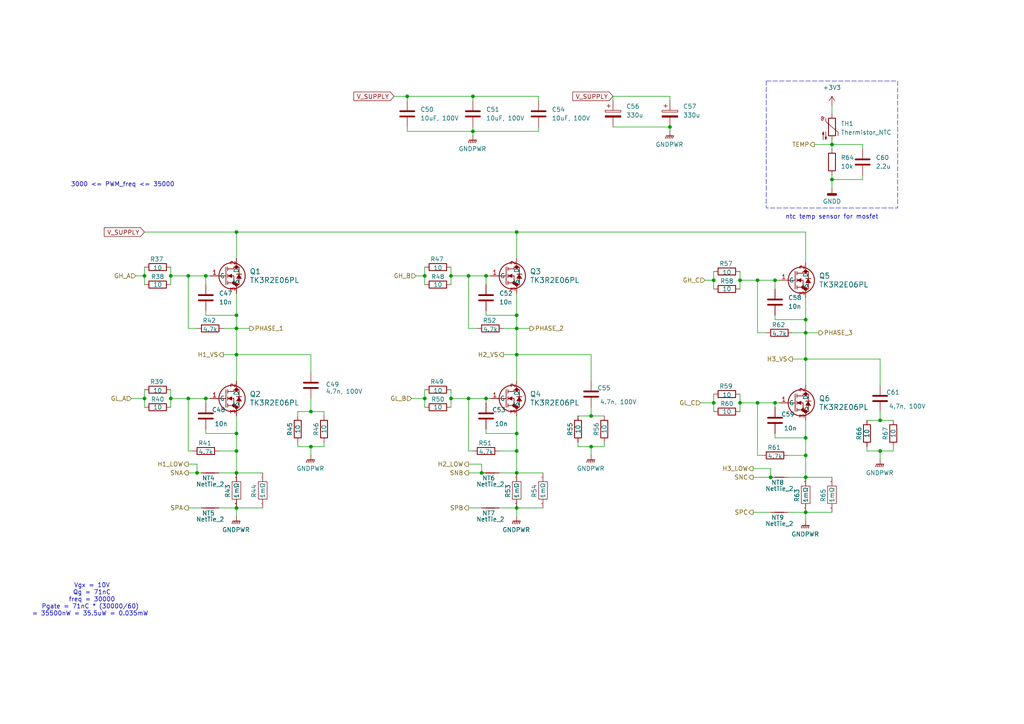
<source format=kicad_sch>
(kicad_sch (version 20250114) (generator "eeschema") (generator_version "9.0")
  (paper "A4")
  (title_block (title "AQUA_VESC") (rev "00"))
  (lib_symbols
    (symbol "Device:C" (pin_numbers (hide yes)) (pin_names (offset 0.254))
      (property "Reference" "C" (at 0.635 2.54 0))
      (property "Value" "C" (at 0.635 -2.54 0))
      (symbol "C_0_1"
        (polyline (pts (xy -2.032 0.762) (xy 2.032 0.762)) (stroke (width 0.508)))
        (polyline (pts (xy -2.032 -0.762) (xy 2.032 -0.762)) (stroke (width 0.508)))
      )
      (symbol "C_1_1"
        (pin passive line (at 0 3.81 270) (length 2.794) (name "~") (number "1"))
        (pin passive line (at 0 -3.81 90) (length 2.794) (name "~") (number "2"))
      )
    )
    (symbol "Device:C_Polarized" (pin_numbers (hide yes)) (pin_names (offset 0.254))
      (property "Reference" "C" (at 0.635 2.54 0))
      (property "Value" "C_Polarized" (at 0.635 -2.54 0))
      (symbol "C_Polarized_0_1"
        (rectangle (start -2.286 0.508) (end 2.286 1.016))
        (polyline (pts (xy -1.778 2.286) (xy -0.762 2.286)))
        (polyline (pts (xy -1.27 2.794) (xy -1.27 1.778)))
        (rectangle (start 2.286 -0.508) (end -2.286 -1.016) (fill (type outline)))
      )
      (symbol "C_Polarized_1_1"
        (pin passive line (at 0 3.81 270) (length 2.794) (name "~") (number "1"))
        (pin passive line (at 0 -3.81 90) (length 2.794) (name "~") (number "2"))
      )
    )
    (symbol "Device:NetTie_2" (pin_numbers (hide yes)) (pin_names (offset 0) (hide yes)) (in_bom no)
      (property "Reference" "NT" (at 0 1.27 0))
      (property "Value" "NetTie_2" (at 0 -1.27 0))
      (symbol "NetTie_2_0_1"
        (polyline (pts (xy -1.27 0) (xy 1.27 0)) (stroke (width 0.254)))
      )
      (symbol "NetTie_2_1_1"
        (pin passive line (at -2.54 0 0) (length 2.54) (name "1") (number "1"))
        (pin passive line (at 2.54 0 180) (length 2.54) (name "2") (number "2"))
      )
    )
    (symbol "Device:R" (pin_numbers (hide yes)) (pin_names (offset 0))
      (property "Reference" "R" (at 2.032 0 90))
      (property "Value" "R" (at 0 0 90))
      (symbol "R_0_1"
        (rectangle (start -1.016 -2.54) (end 1.016 2.54) (stroke (width 0.254)))
      )
      (symbol "R_1_1"
        (pin passive line (at 0 3.81 270) (length 1.27) (name "~") (number "1"))
        (pin passive line (at 0 -3.81 90) (length 1.27) (name "~") (number "2"))
      )
    )
    (symbol "Device:Thermistor_NTC" (pin_numbers (hide yes)) (pin_names (offset 0))
      (property "Reference" "TH" (at -4.445 0 90))
      (property "Value" "Thermistor_NTC" (at 3.175 0 90))
      (symbol "Thermistor_NTC_0_1"
        (arc (start -3.175 2.413) (mid -3.0506 2.3165) (end -3.048 2.159))
        (arc (start -3.048 2.794) (mid -2.9736 2.9736) (end -2.794 3.048))
        (arc (start -2.794 3.048) (mid -2.6144 2.9736) (end -2.54 2.794))
        (arc (start -2.794 2.54) (mid -2.9736 2.6144) (end -3.048 2.794))
        (arc (start -2.794 1.905) (mid -2.9736 1.9794) (end -3.048 2.159))
        (arc (start -2.54 2.159) (mid -2.6144 1.9794) (end -2.794 1.905))
        (arc (start -2.159 2.794) (mid -2.434 2.5608) (end -2.794 2.54))
        (polyline (pts (xy -2.54 2.159) (xy -2.54 2.794)))
        (polyline (pts (xy -2.54 -3.683) (xy -2.54 -1.397) (xy -2.794 -2.159) (xy -2.286 -2.159) (xy -2.54 -1.397) (xy -2.54 -1.651)) (fill (type outline)))
        (polyline (pts (xy -1.778 2.54) (xy -1.778 1.524) (xy 1.778 -1.524) (xy 1.778 -2.54)))
        (polyline (pts (xy -1.778 -1.397) (xy -1.778 -3.683) (xy -2.032 -2.921) (xy -1.524 -2.921) (xy -1.778 -3.683) (xy -1.778 -3.429)) (fill (type outline)))
        (rectangle (start -1.016 2.54) (end 1.016 -2.54) (stroke (width 0.254)))
      )
      (symbol "Thermistor_NTC_1_1"
        (pin passive line (at 0 3.81 270) (length 1.27) (name "~") (number "1"))
        (pin passive line (at 0 -3.81 90) (length 1.27) (name "~") (number "2"))
      )
    )
    (symbol "power:+3V3" (power) (pin_numbers (hide yes)) (pin_names (offset 0) (hide yes))
      (property "Value" "+3V3" (at 0 3.556 0))
      (symbol "+3V3_0_1"
        (polyline (pts (xy -0.762 1.27) (xy 0 2.54)))
        (polyline (pts (xy 0 2.54) (xy 0.762 1.27)))
        (polyline (pts (xy 0 0) (xy 0 2.54)))
      )
      (symbol "+3V3_1_1"
        (pin power_in line (at 0 0 90) (length 0) (name "~") (number "1"))
      )
    )
    (symbol "power:GNDD" (power) (pin_numbers (hide yes)) (pin_names (offset 0) (hide yes))
      (property "Value" "GNDD" (at 0 -3.175 0))
      (symbol "GNDD_0_1"
        (rectangle (start -1.27 -1.524) (end 1.27 -2.032) (stroke (width 0.254)) (fill (type outline)))
        (polyline (pts (xy 0 0) (xy 0 -1.524)))
      )
      (symbol "GNDD_1_1"
        (pin power_in line (at 0 0 270) (length 0) (name "~") (number "1"))
      )
    )
    (symbol "power:GNDPWR" (power) (pin_numbers (hide yes)) (pin_names (offset 0) (hide yes))
      (property "Value" "GNDPWR" (at 0 -3.302 0))
      (symbol "GNDPWR_0_1"
        (polyline (pts (xy -1.016 -1.27) (xy -1.27 -2.032) (xy -1.27 -2.032)) (stroke (width 0.2032)))
        (polyline (pts (xy -0.508 -1.27) (xy -0.762 -2.032) (xy -0.762 -2.032)) (stroke (width 0.2032)))
        (polyline (pts (xy 0 -1.27) (xy 0 0)))
        (polyline (pts (xy 0 -1.27) (xy -0.254 -2.032) (xy -0.254 -2.032)) (stroke (width 0.2032)))
        (polyline (pts (xy 0.508 -1.27) (xy 0.254 -2.032) (xy 0.254 -2.032)) (stroke (width 0.2032)))
        (polyline (pts (xy 1.016 -1.27) (xy -1.016 -1.27) (xy -1.016 -1.27)) (stroke (width 0.2032)))
        (polyline (pts (xy 1.016 -1.27) (xy 0.762 -2.032) (xy 0.762 -2.032) (xy 0.762 -2.032)) (stroke (width 0.2032)))
      )
      (symbol "GNDPWR_1_1"
        (pin power_in line (at 0 0 270) (length 0) (name "~") (number "1"))
      )
    )
    (symbol "specific_library:HOJLR2512-3W-1MR-1%"
      (property "Reference" "R" (at 0 0 0))
      (symbol "HOJLR2512-3W-1MR-1%_1_0"
        (rectangle (start -2.54 -1.27) (end 2.54 1.27))
        (pin input line (at -5.08 0 0) (length 2.54) (name "1") (number "1"))
        (pin input line (at 5.08 0 180) (length 2.54) (name "2") (number "2"))
      )
    )
    (symbol "specific_library:TK3R2E06PL" (pin_names (offset 0.254))
      (property "Reference" "Q" (at 11.43 1.905 0))
      (property "Value" "TK3R2E06PL" (at 11.43 -2.54 0))
      (symbol "TK3R2E06PL_0_1"
        (polyline (pts (xy 2.54 0) (xy 4.445 0)) (stroke (width 0.2032)))
        (polyline (pts (xy 4.572 -2.54) (xy 4.572 2.54)) (stroke (width 0.2032)))
        (polyline (pts (xy 5.08 2.032) (xy 6.858 2.032)) (stroke (width 0.2032)))
        (polyline (pts (xy 5.08 1.524) (xy 5.08 2.54)) (stroke (width 0.2032)))
        (polyline (pts (xy 5.08 -0.508) (xy 5.08 0.508)) (stroke (width 0.2032)))
        (polyline (pts (xy 5.08 -2.032) (xy 6.858 -2.032)) (stroke (width 0.2032)))
        (polyline (pts (xy 5.08 -2.54) (xy 5.08 -1.524)) (stroke (width 0.2032)))
        (polyline (pts (xy 6.35 0.508) (xy 5.08 0) (xy 6.35 -0.508)) (fill (type outline)))
        (polyline (pts (xy 6.35 0) (xy 6.858 0)) (stroke (width 0.2032)))
        (circle (center 6.35 0) (radius 3.81) (stroke (width 0.254)))
        (polyline (pts (xy 6.858 2.54) (xy 8.382 2.54)) (stroke (width 0.2032)))
        (polyline (pts (xy 6.858 2.032) (xy 6.858 2.54)) (stroke (width 0.2032)))
        (circle (center 6.858 -2.032) (radius 0.0254) (stroke (width 0.508)))
        (polyline (pts (xy 6.858 -2.54) (xy 6.858 0)) (stroke (width 0.2032)))
        (polyline (pts (xy 6.858 -2.54) (xy 8.382 -2.54)) (stroke (width 0.2032)))
        (circle (center 7.62 2.54) (radius 0.0254) (stroke (width 0.508)))
        (circle (center 7.62 -2.54) (radius 0.0254) (stroke (width 0.508)))
        (polyline (pts (xy 8.382 0.508) (xy 8.382 2.54)) (stroke (width 0.2032)))
        (polyline (pts (xy 8.382 -2.54) (xy 8.382 -0.762)) (stroke (width 0.2032)))
        (polyline (pts (xy 9.144 0.508) (xy 7.62 0.508)) (stroke (width 0.2032)))
        (polyline (pts (xy 9.144 -0.762) (xy 7.62 -0.762) (xy 8.382 0.508)) (fill (type outline)))
        (pin input line (at 0 0 0) (length 2.54) (name "G") (number "1"))
        (pin passive line (at 7.62 5.08 270) (length 2.54) (name "D") (number "2"))
        (pin passive line (at 7.62 -5.08 90) (length 2.54) (name "S") (number "3"))
      )
    )
  )
  (rectangle (start 222.25 23.495) (end 260.35 60.325) (stroke (width 0.127) (type dash)))
  (text "ntc temp sensor for mosfet\n" (at 241.3 62.992 0) (effects (font (size 1.27 1.27))))
  (text "Vgx = 10V\nQg = 71nC\nfreq = 30000\nPgate = 71nC * (30000/60) \n= 35500nW = 35.5uW = 0.035mW " (at 26.67 173.99 0) (effects (font (size 1.27 1.27))))
  (text "3000 <= PWM_freq <= 35000 " (at 36.068 53.594 0) (effects (font (size 1.27 1.27))))
  (junction (at 68.58 125.73))
  (junction (at 255.27 121.92))
  (junction (at 130.81 115.57))
  (junction (at 54.61 115.57))
  (junction (at 123.19 80.01))
  (junction (at 139.7 137.16))
  (junction (at 207.01 116.84))
  (junction (at 123.19 115.57))
  (junction (at 59.69 115.57))
  (junction (at 59.69 80.01))
  (junction (at 68.58 67.31))
  (junction (at 241.3 41.91))
  (junction (at 57.15 137.16))
  (junction (at 255.27 130.81))
  (junction (at 68.58 137.16))
  (junction (at 68.58 130.81))
  (junction (at 207.01 81.28))
  (junction (at 137.16 27.94))
  (junction (at 233.68 138.43))
  (junction (at 135.89 80.01))
  (junction (at 149.86 147.32))
  (junction (at 140.97 115.57))
  (junction (at 68.58 95.25))
  (junction (at 214.63 116.84))
  (junction (at 68.58 102.87))
  (junction (at 149.86 137.16))
  (junction (at 233.68 132.08))
  (junction (at 149.86 95.25))
  (junction (at 194.31 36.83))
  (junction (at 214.63 81.28))
  (junction (at 41.91 80.01))
  (junction (at 135.89 115.57))
  (junction (at 223.52 138.43))
  (junction (at 149.86 67.31))
  (junction (at 149.86 102.87))
  (junction (at 233.68 148.59))
  (junction (at 90.17 129.54))
  (junction (at 233.68 104.14))
  (junction (at 118.11 27.94))
  (junction (at 224.79 81.28))
  (junction (at 171.45 120.65))
  (junction (at 49.53 80.01))
  (junction (at 149.86 130.81))
  (junction (at 41.91 115.57))
  (junction (at 68.58 147.32))
  (junction (at 140.97 80.01))
  (junction (at 241.3 52.07))
  (junction (at 49.53 115.57))
  (junction (at 233.68 92.71))
  (junction (at 219.71 81.28))
  (junction (at 233.68 96.52))
  (junction (at 137.16 38.1))
  (junction (at 233.68 127))
  (junction (at 130.81 80.01))
  (junction (at 68.58 91.44))
  (junction (at 224.79 116.84))
  (junction (at 54.61 80.01))
  (junction (at 219.71 116.84))
  (junction (at 171.45 129.54))
  (junction (at 149.86 91.44))
  (junction (at 90.17 119.38))
  (junction (at 149.86 125.73))
  (wire (pts (xy 130.81 77.47) (xy 130.81 80.01)))
  (wire (pts (xy 167.64 120.65) (xy 171.45 120.65)))
  (wire (pts (xy 255.27 104.14) (xy 233.68 104.14)))
  (wire (pts (xy 149.86 130.81) (xy 149.86 125.73)))
  (wire (pts (xy 156.21 29.21) (xy 156.21 27.94)))
  (wire (pts (xy 241.3 30.48) (xy 241.3 33.02)))
  (wire (pts (xy 219.71 81.28) (xy 224.79 81.28)))
  (wire (pts (xy 171.45 110.49) (xy 171.45 102.87)))
  (wire (pts (xy 171.45 132.08) (xy 171.45 129.54)))
  (wire (pts (xy 171.45 118.11) (xy 171.45 120.65)))
  (wire (pts (xy 59.69 82.55) (xy 59.69 80.01)))
  (wire (pts (xy 219.71 132.08) (xy 219.71 116.84)))
  (wire (pts (xy 123.19 113.03) (xy 123.19 115.57)))
  (wire (pts (xy 93.98 129.54) (xy 93.98 128.27)))
  (wire (pts (xy 224.79 127) (xy 224.79 125.73)))
  (wire (pts (xy 54.61 137.16) (xy 57.15 137.16)))
  (wire (pts (xy 233.68 96.52) (xy 233.68 104.14)))
  (wire (pts (xy 219.71 116.84) (xy 224.79 116.84)))
  (wire (pts (xy 140.97 91.44) (xy 149.86 91.44)))
  (wire (pts (xy 130.81 80.01) (xy 135.89 80.01)))
  (wire (pts (xy 130.81 115.57) (xy 130.81 118.11)))
  (wire (pts (xy 146.05 95.25) (xy 149.86 95.25)))
  (wire (pts (xy 241.3 50.8) (xy 241.3 52.07)))
  (wire (pts (xy 218.44 138.43) (xy 223.52 138.43)))
  (wire (pts (xy 207.01 116.84) (xy 207.01 119.38)))
  (wire (pts (xy 255.27 133.35) (xy 255.27 130.81)))
  (wire (pts (xy 149.86 67.31) (xy 149.86 74.93)))
  (wire (pts (xy 123.19 80.01) (xy 123.19 82.55)))
  (wire (pts (xy 140.97 115.57) (xy 140.97 116.84)))
  (wire (pts (xy 68.58 130.81) (xy 68.58 137.16)))
  (wire (pts (xy 218.44 148.59) (xy 223.52 148.59)))
  (wire (pts (xy 241.3 40.64) (xy 241.3 41.91)))
  (wire (pts (xy 219.71 81.28) (xy 219.71 96.52)))
  (wire (pts (xy 255.27 130.81) (xy 259.08 130.81)))
  (wire (pts (xy 177.8 27.94) (xy 177.8 29.21)))
  (wire (pts (xy 149.86 120.65) (xy 149.86 125.73)))
  (wire (pts (xy 54.61 115.57) (xy 59.69 115.57)))
  (wire (pts (xy 119.38 115.57) (xy 123.19 115.57)))
  (wire (pts (xy 233.68 132.08) (xy 233.68 138.43)))
  (wire (pts (xy 224.79 83.82) (xy 224.79 81.28)))
  (wire (pts (xy 146.05 102.87) (xy 149.86 102.87)))
  (wire (pts (xy 137.16 27.94) (xy 137.16 29.21)))
  (wire (pts (xy 233.68 121.92) (xy 233.68 127)))
  (wire (pts (xy 90.17 119.38) (xy 93.98 119.38)))
  (wire (pts (xy 90.17 129.54) (xy 93.98 129.54)))
  (wire (pts (xy 54.61 80.01) (xy 59.69 80.01)))
  (wire (pts (xy 41.91 77.47) (xy 41.91 80.01)))
  (wire (pts (xy 54.61 130.81) (xy 54.61 115.57)))
  (wire (pts (xy 140.97 125.73) (xy 149.86 125.73)))
  (wire (pts (xy 137.16 130.81) (xy 135.89 130.81)))
  (wire (pts (xy 68.58 91.44) (xy 68.58 95.25)))
  (wire (pts (xy 171.45 129.54) (xy 175.26 129.54)))
  (wire (pts (xy 135.89 134.62) (xy 139.7 134.62)))
  (wire (pts (xy 236.22 41.91) (xy 241.3 41.91)))
  (wire (pts (xy 229.87 104.14) (xy 233.68 104.14)))
  (wire (pts (xy 68.58 147.32) (xy 76.2 147.32)))
  (wire (pts (xy 64.77 102.87) (xy 68.58 102.87)))
  (wire (pts (xy 222.25 96.52) (xy 219.71 96.52)))
  (wire (pts (xy 233.68 104.14) (xy 233.68 111.76)))
  (wire (pts (xy 59.69 125.73) (xy 68.58 125.73)))
  (wire (pts (xy 130.81 115.57) (xy 135.89 115.57)))
  (wire (pts (xy 60.96 115.57) (xy 59.69 115.57)))
  (wire (pts (xy 228.6 132.08) (xy 233.68 132.08)))
  (wire (pts (xy 228.6 138.43) (xy 233.68 138.43)))
  (wire (pts (xy 241.3 52.07) (xy 241.3 54.61)))
  (wire (pts (xy 41.91 113.03) (xy 41.91 115.57)))
  (wire (pts (xy 144.78 130.81) (xy 149.86 130.81)))
  (wire (pts (xy 194.31 27.94) (xy 194.31 29.21)))
  (wire (pts (xy 207.01 78.74) (xy 207.01 81.28)))
  (wire (pts (xy 135.89 80.01) (xy 140.97 80.01)))
  (wire (pts (xy 41.91 80.01) (xy 41.91 82.55)))
  (wire (pts (xy 149.86 102.87) (xy 149.86 110.49)))
  (wire (pts (xy 149.86 95.25) (xy 149.86 102.87)))
  (wire (pts (xy 250.19 41.91) (xy 241.3 41.91)))
  (wire (pts (xy 140.97 80.01) (xy 142.24 80.01)))
  (wire (pts (xy 135.89 147.32) (xy 139.7 147.32)))
  (wire (pts (xy 49.53 77.47) (xy 49.53 80.01)))
  (wire (pts (xy 41.91 115.57) (xy 41.91 118.11)))
  (wire (pts (xy 255.27 119.38) (xy 255.27 121.92)))
  (wire (pts (xy 241.3 52.07) (xy 250.19 52.07)))
  (wire (pts (xy 123.19 77.47) (xy 123.19 80.01)))
  (wire (pts (xy 251.46 130.81) (xy 255.27 130.81)))
  (wire (pts (xy 123.19 115.57) (xy 123.19 118.11)))
  (wire (pts (xy 224.79 81.28) (xy 226.06 81.28)))
  (wire (pts (xy 224.79 127) (xy 233.68 127)))
  (wire (pts (xy 55.88 130.81) (xy 54.61 130.81)))
  (wire (pts (xy 68.58 149.86) (xy 68.58 147.32)))
  (wire (pts (xy 156.21 27.94) (xy 137.16 27.94)))
  (wire (pts (xy 251.46 130.81) (xy 251.46 129.54)))
  (wire (pts (xy 175.26 129.54) (xy 175.26 128.27)))
  (wire (pts (xy 63.5 137.16) (xy 68.58 137.16)))
  (wire (pts (xy 59.69 91.44) (xy 59.69 90.17)))
  (wire (pts (xy 49.53 80.01) (xy 49.53 82.55)))
  (wire (pts (xy 59.69 115.57) (xy 59.69 116.84)))
  (wire (pts (xy 214.63 81.28) (xy 214.63 83.82)))
  (wire (pts (xy 233.68 86.36) (xy 233.68 92.71)))
  (wire (pts (xy 135.89 137.16) (xy 139.7 137.16)))
  (wire (pts (xy 149.86 130.81) (xy 149.86 137.16)))
  (wire (pts (xy 68.58 85.09) (xy 68.58 91.44)))
  (wire (pts (xy 54.61 147.32) (xy 58.42 147.32)))
  (wire (pts (xy 63.5 130.81) (xy 68.58 130.81)))
  (wire (pts (xy 228.6 148.59) (xy 233.68 148.59)))
  (wire (pts (xy 139.7 134.62) (xy 139.7 137.16)))
  (wire (pts (xy 214.63 116.84) (xy 219.71 116.84)))
  (wire (pts (xy 59.69 80.01) (xy 60.96 80.01)))
  (wire (pts (xy 49.53 115.57) (xy 54.61 115.57)))
  (wire (pts (xy 49.53 115.57) (xy 49.53 118.11)))
  (wire (pts (xy 59.69 125.73) (xy 59.69 124.46)))
  (wire (pts (xy 49.53 80.01) (xy 54.61 80.01)))
  (wire (pts (xy 90.17 107.95) (xy 90.17 102.87)))
  (wire (pts (xy 68.58 95.25) (xy 68.58 102.87)))
  (wire (pts (xy 214.63 116.84) (xy 214.63 119.38)))
  (wire (pts (xy 233.68 96.52) (xy 237.49 96.52)))
  (wire (pts (xy 68.58 67.31) (xy 149.86 67.31)))
  (wire (pts (xy 135.89 130.81) (xy 135.89 115.57)))
  (wire (pts (xy 68.58 102.87) (xy 68.58 110.49)))
  (wire (pts (xy 57.15 95.25) (xy 54.61 95.25)))
  (wire (pts (xy 54.61 80.01) (xy 54.61 95.25)))
  (wire (pts (xy 135.89 80.01) (xy 135.89 95.25)))
  (wire (pts (xy 233.68 148.59) (xy 241.3 148.59)))
  (wire (pts (xy 137.16 38.1) (xy 137.16 36.83)))
  (wire (pts (xy 64.77 95.25) (xy 68.58 95.25)))
  (wire (pts (xy 149.86 149.86) (xy 149.86 147.32)))
  (wire (pts (xy 149.86 91.44) (xy 149.86 95.25)))
  (wire (pts (xy 140.97 91.44) (xy 140.97 90.17)))
  (wire (pts (xy 68.58 120.65) (xy 68.58 125.73)))
  (wire (pts (xy 130.81 80.01) (xy 130.81 82.55)))
  (wire (pts (xy 68.58 95.25) (xy 72.39 95.25)))
  (wire (pts (xy 118.11 38.1) (xy 137.16 38.1)))
  (wire (pts (xy 224.79 92.71) (xy 224.79 91.44)))
  (wire (pts (xy 233.68 151.13) (xy 233.68 148.59)))
  (wire (pts (xy 118.11 36.83) (xy 118.11 38.1)))
  (wire (pts (xy 118.11 27.94) (xy 118.11 29.21)))
  (wire (pts (xy 149.86 137.16) (xy 157.48 137.16)))
  (wire (pts (xy 41.91 67.31) (xy 68.58 67.31)))
  (wire (pts (xy 177.8 27.94) (xy 194.31 27.94)))
  (wire (pts (xy 57.15 134.62) (xy 57.15 137.16)))
  (wire (pts (xy 68.58 130.81) (xy 68.58 125.73)))
  (wire (pts (xy 68.58 67.31) (xy 68.58 74.93)))
  (wire (pts (xy 255.27 121.92) (xy 259.08 121.92)))
  (wire (pts (xy 140.97 125.73) (xy 140.97 124.46)))
  (wire (pts (xy 207.01 114.3) (xy 207.01 116.84)))
  (wire (pts (xy 138.43 95.25) (xy 135.89 95.25)))
  (wire (pts (xy 68.58 137.16) (xy 76.2 137.16)))
  (wire (pts (xy 226.06 116.84) (xy 224.79 116.84)))
  (wire (pts (xy 63.5 147.32) (xy 68.58 147.32)))
  (wire (pts (xy 86.36 129.54) (xy 86.36 128.27)))
  (wire (pts (xy 250.19 43.18) (xy 250.19 41.91)))
  (wire (pts (xy 120.65 80.01) (xy 123.19 80.01)))
  (wire (pts (xy 49.53 113.03) (xy 49.53 115.57)))
  (wire (pts (xy 214.63 114.3) (xy 214.63 116.84)))
  (wire (pts (xy 223.52 135.89) (xy 223.52 138.43)))
  (wire (pts (xy 144.78 147.32) (xy 149.86 147.32)))
  (wire (pts (xy 149.86 95.25) (xy 153.67 95.25)))
  (wire (pts (xy 233.68 132.08) (xy 233.68 127)))
  (wire (pts (xy 142.24 115.57) (xy 140.97 115.57)))
  (wire (pts (xy 203.2 116.84) (xy 207.01 116.84)))
  (wire (pts (xy 38.1 115.57) (xy 41.91 115.57)))
  (wire (pts (xy 224.79 116.84) (xy 224.79 118.11)))
  (wire (pts (xy 137.16 38.1) (xy 156.21 38.1)))
  (wire (pts (xy 149.86 147.32) (xy 157.48 147.32)))
  (wire (pts (xy 194.31 38.1) (xy 194.31 36.83)))
  (wire (pts (xy 39.37 80.01) (xy 41.91 80.01)))
  (wire (pts (xy 233.68 92.71) (xy 233.68 96.52)))
  (wire (pts (xy 250.19 52.07) (xy 250.19 50.8)))
  (wire (pts (xy 229.87 96.52) (xy 233.68 96.52)))
  (wire (pts (xy 214.63 78.74) (xy 214.63 81.28)))
  (wire (pts (xy 149.86 67.31) (xy 233.68 67.31)))
  (wire (pts (xy 259.08 130.81) (xy 259.08 129.54)))
  (wire (pts (xy 86.36 129.54) (xy 90.17 129.54)))
  (wire (pts (xy 135.89 115.57) (xy 140.97 115.57)))
  (wire (pts (xy 167.64 129.54) (xy 171.45 129.54)))
  (wire (pts (xy 144.78 137.16) (xy 149.86 137.16)))
  (wire (pts (xy 214.63 81.28) (xy 219.71 81.28)))
  (wire (pts (xy 171.45 102.87) (xy 149.86 102.87)))
  (wire (pts (xy 140.97 82.55) (xy 140.97 80.01)))
  (wire (pts (xy 54.61 134.62) (xy 57.15 134.62)))
  (wire (pts (xy 241.3 41.91) (xy 241.3 43.18)))
  (wire (pts (xy 156.21 38.1) (xy 156.21 36.83)))
  (wire (pts (xy 149.86 85.09) (xy 149.86 91.44)))
  (wire (pts (xy 167.64 129.54) (xy 167.64 128.27)))
  (wire (pts (xy 255.27 111.76) (xy 255.27 104.14)))
  (wire (pts (xy 207.01 81.28) (xy 207.01 83.82)))
  (wire (pts (xy 90.17 115.57) (xy 90.17 119.38)))
  (wire (pts (xy 171.45 120.65) (xy 175.26 120.65)))
  (wire (pts (xy 177.8 36.83) (xy 194.31 36.83)))
  (wire (pts (xy 93.98 119.38) (xy 93.98 120.65)))
  (wire (pts (xy 90.17 102.87) (xy 68.58 102.87)))
  (wire (pts (xy 59.69 91.44) (xy 68.58 91.44)))
  (wire (pts (xy 114.3 27.94) (xy 118.11 27.94)))
  (wire (pts (xy 86.36 119.38) (xy 90.17 119.38)))
  (wire (pts (xy 137.16 27.94) (xy 118.11 27.94)))
  (wire (pts (xy 57.15 137.16) (xy 58.42 137.16)))
  (wire (pts (xy 218.44 135.89) (xy 223.52 135.89)))
  (wire (pts (xy 233.68 76.2) (xy 233.68 67.31)))
  (wire (pts (xy 251.46 121.92) (xy 255.27 121.92)))
  (wire (pts (xy 224.79 92.71) (xy 233.68 92.71)))
  (wire (pts (xy 130.81 113.03) (xy 130.81 115.57)))
  (wire (pts (xy 204.47 81.28) (xy 207.01 81.28)))
  (wire (pts (xy 233.68 138.43) (xy 241.3 138.43)))
  (wire (pts (xy 90.17 132.08) (xy 90.17 129.54)))
  (wire (pts (xy 137.16 39.37) (xy 137.16 38.1)))
  (wire (pts (xy 86.36 119.38) (xy 86.36 120.65)))
  (wire (pts (xy 220.98 132.08) (xy 219.71 132.08)))
  (global_label "V_SUPPLY" (shape input) (at 114.3 27.94 180) (property "Intersheetrefs" "${INTERSHEET_REFS}" (effects (hide yes))))
  (global_label "V_SUPPLY" (shape input) (at 177.8 27.94 180) (property "Intersheetrefs" "${INTERSHEET_REFS}" (effects (hide yes))))
  (global_label "V_SUPPLY" (shape input) (at 41.91 67.31 180) (property "Intersheetrefs" "${INTERSHEET_REFS}" (effects (hide yes))))
  (hierarchical_label "SPB" (shape output) (at 135.89 147.32 180))
  (hierarchical_label "SNC" (shape output) (at 218.44 138.43 180))
  (hierarchical_label "SPC" (shape output) (at 218.44 148.59 180))
  (hierarchical_label "GL_C" (shape input) (at 203.2 116.84 180))
  (hierarchical_label "PHASE_1" (shape output) (at 72.39 95.25 0))
  (hierarchical_label "H1_LOW" (shape output) (at 54.61 134.62 180))
  (hierarchical_label "PHASE_3" (shape output) (at 237.49 96.52 0))
  (hierarchical_label "TEMP" (shape output) (at 236.22 41.91 180))
  (hierarchical_label "H2_VS" (shape output) (at 146.05 102.87 180))
  (hierarchical_label "SNB" (shape output) (at 135.89 137.16 180))
  (hierarchical_label "GH_C" (shape input) (at 204.47 81.28 180))
  (hierarchical_label "GH_A" (shape input) (at 39.37 80.01 180))
  (hierarchical_label "H3_LOW" (shape output) (at 218.44 135.89 180))
  (hierarchical_label "PHASE_2" (shape output) (at 153.67 95.25 0))
  (hierarchical_label "H3_VS" (shape output) (at 229.87 104.14 180))
  (hierarchical_label "GL_B" (shape input) (at 119.38 115.57 180))
  (hierarchical_label "H2_LOW" (shape output) (at 135.89 134.62 180))
  (hierarchical_label "SPA" (shape output) (at 54.61 147.32 180))
  (hierarchical_label "GH_B" (shape input) (at 120.65 80.01 180))
  (hierarchical_label "GL_A" (shape input) (at 38.1 115.57 180))
  (hierarchical_label "H1_VS" (shape output) (at 64.77 102.87 180))
  (hierarchical_label "SNA" (shape output) (at 54.61 137.16 180))
  (symbol (lib_id "Device:C") (at 90.17 111.76 0) (unit 1)
    (property "Reference" "C49" (at 94.488 111.506 0) (effects (justify left)))
    (property "Value" "4.7n, 100V" (at 94.488 113.538 0) (effects (justify left)))
    (property "Footprint" "Capacitor_SMD:C_0805_2012Metric" (effects (hide yes)))
    (property "Description" "Unpolarized capacitor" (effects (hide yes)))
  )
  (symbol (lib_id "Device:C") (at 59.69 120.65 0) (unit 1)
    (property "Reference" "C48" (at 61.468 118.872 0) (effects (justify left)))
    (property "Value" "10n" (at 62.23 122.936 0) (effects (justify left)))
    (property "Footprint" "Capacitor_SMD:C_0603_1608Metric" (effects (hide yes)))
    (property "Description" "Unpolarized capacitor" (effects (hide yes)))
  )
  (symbol (lib_id "Device:R") (at 224.79 132.08 90) (unit 1)
    (property "Reference" "R61" (at 224.536 129.794 90))
    (property "Value" "4.7k" (at 224.79 132.334 90))
    (property "Footprint" "Resistor_SMD:R_0603_1608Metric" (effects (hide yes)))
    (property "Description" "Resistor" (effects (hide yes)))
  )
  (symbol (lib_id "Device:R") (at 127 118.11 90) (unit 1)
    (property "Reference" "R50" (at 127 115.824 90))
    (property "Value" "10" (at 127 118.11 90))
    (property "Footprint" "Resistor_SMD:R_0603_1608Metric" (effects (hide yes)))
    (property "Description" "Resistor" (effects (hide yes)))
  )
  (symbol (lib_id "specific_library:HOJLR2512-3W-1MR-1%") (at 241.3 143.51 90) (unit 1)
    (property "Reference" "R65" (at 238.76 141.732 0) (effects (justify right)))
    (property "Value" "1mΩ" (at 241.3 143.51 0))
    (property "Footprint" "specific_footprint_library:R_2512_Yageo_big_pads" (effects (hide yes)))
    (property "Datasheet" "https://atta.szlcsc.com/upload/public/pdf/source/20211009/7525CABAB363C979E942C1DD41F1FEF0.pdf" (effects (hide yes)))
    (property "Description" "Type:Current Sensing Resistors Resistance:1mΩ Tolerance:±1% Tolerance:±1% Power(Watts):3W Mounting Type:Patch" (effects (hide yes)))
    (property "Manufacturer Part" "HoJLR2512-3W-1mR-1%" (effects (hide yes)))
    (property "Manufacturer" "Milliohm(毫欧)" (effects (hide yes)))
    (property "Supplier Part" "C2903470" (effects (hide yes)))
    (property "Supplier" "LCSC" (effects (hide yes)))
    (property "LCSC Part Name" "1mΩ ±1% 3W" (effects (hide yes)))
  )
  (symbol (lib_id "Device:R") (at 86.36 124.46 180) (unit 1)
    (property "Reference" "R45" (at 84.074 124.46 90))
    (property "Value" "10" (at 86.36 124.46 90))
    (property "Footprint" "Resistor_SMD:R_0603_1608Metric" (effects (hide yes)))
    (property "Description" "Resistor" (effects (hide yes)))
  )
  (symbol (lib_id "Device:C_Polarized") (at 177.8 33.02 0) (unit 1)
    (property "Reference" "C56" (at 181.61 30.8609 0) (effects (justify left)))
    (property "Value" "330u" (at 181.61 33.4009 0) (effects (justify left)))
    (property "Footprint" "Capacitor_THT:CP_Radial_D10.0mm_P5.00mm" (effects (hide yes)))
    (property "Description" "Polarized capacitor" (effects (hide yes)))
  )
  (symbol (lib_id "Device:C") (at 224.79 121.92 0) (unit 1)
    (property "Reference" "C59" (at 226.568 120.142 0) (effects (justify left)))
    (property "Value" "10n" (at 227.33 124.206 0) (effects (justify left)))
    (property "Footprint" "Capacitor_SMD:C_0603_1608Metric" (effects (hide yes)))
    (property "Description" "Unpolarized capacitor" (effects (hide yes)))
  )
  (symbol (lib_id "power:GNDPWR") (at 68.58 149.86 0) (unit 1)
    (property "Reference" "#PWR073" (effects (hide yes)))
    (property "Value" "GNDPWR" (at 68.453 153.67 0))
    (property "Description" "Power symbol creates a global label with name \"GNDPWR\" , global ground" (effects (hide yes)))
  )
  (symbol (lib_id "power:GNDPWR") (at 255.27 133.35 0) (unit 1)
    (property "Reference" "#PWR082" (effects (hide yes)))
    (property "Value" "GNDPWR" (at 255.143 137.16 0))
    (property "Description" "Power symbol creates a global label with name \"GNDPWR\" , global ground" (effects (hide yes)))
  )
  (symbol (lib_id "specific_library:TK3R2E06PL") (at 226.06 81.28 0) (unit 1)
    (property "Reference" "Q5" (at 237.49 80.0099 0) (effects (font (size 1.524 1.524)) (justify left)))
    (property "Value" "TK3R2E06PL" (at 237.49 82.5499 0) (effects (font (size 1.524 1.524)) (justify left)))
    (property "Footprint" "specific_footprint_library:TO-220-3_Horizontal_TabUp_no_hole" (effects (hide yes)))
    (property "Datasheet" "https://toshiba.semicon-storage.com/info/docget.jsp?did=58636&prodName=TK3R2E06PL" (effects (hide yes)))
  )
  (symbol (lib_id "specific_library:TK3R2E06PL") (at 142.24 80.01 0) (unit 1)
    (property "Reference" "Q3" (at 153.67 78.7399 0) (effects (font (size 1.524 1.524)) (justify left)))
    (property "Value" "TK3R2E06PL" (at 153.67 81.2799 0) (effects (font (size 1.524 1.524)) (justify left)))
    (property "Footprint" "specific_footprint_library:TO-220-3_Horizontal_TabUp_no_hole" (effects (hide yes)))
    (property "Datasheet" "https://toshiba.semicon-storage.com/info/docget.jsp?did=58636&prodName=TK3R2E06PL" (effects (hide yes)))
  )
  (symbol (lib_id "Device:C") (at 156.21 33.02 0) (unit 1)
    (property "Reference" "C54" (at 160.02 31.7499 0) (effects (justify left)))
    (property "Value" "10uF, 100V" (at 160.02 34.2899 0) (effects (justify left)))
    (property "Footprint" "Capacitor_SMD:C_2220_5750Metric" (effects (hide yes)))
    (property "Description" "Unpolarized capacitor" (effects (hide yes)))
  )
  (symbol (lib_id "Device:C") (at 250.19 46.99 0) (unit 1)
    (property "Reference" "C60" (at 254 45.7199 0) (effects (justify left)))
    (property "Value" "2.2u" (at 254 48.2599 0) (effects (justify left)))
    (property "Footprint" "Capacitor_SMD:C_0603_1608Metric" (effects (hide yes)))
    (property "Description" "Unpolarized capacitor" (effects (hide yes)))
  )
  (symbol (lib_id "Device:R") (at 127 113.03 90) (unit 1)
    (property "Reference" "R49" (at 126.746 110.744 90))
    (property "Value" "10" (at 127 113.284 90))
    (property "Footprint" "Resistor_SMD:R_0603_1608Metric" (effects (hide yes)))
    (property "Description" "Resistor" (effects (hide yes)))
  )
  (symbol (lib_id "power:GNDPWR") (at 137.16 39.37 0) (unit 1)
    (property "Reference" "#PWR075" (effects (hide yes)))
    (property "Value" "GNDPWR" (at 137.033 43.18 0))
    (property "Description" "Power symbol creates a global label with name \"GNDPWR\" , global ground" (effects (hide yes)))
  )
  (symbol (lib_id "Device:R") (at 142.24 95.25 90) (unit 1)
    (property "Reference" "R52" (at 141.986 92.964 90))
    (property "Value" "4.7k" (at 142.24 95.504 90))
    (property "Footprint" "Resistor_SMD:R_0603_1608Metric" (effects (hide yes)))
    (property "Description" "Resistor" (effects (hide yes)))
  )
  (symbol (lib_id "Device:R") (at 210.82 83.82 90) (unit 1)
    (property "Reference" "R58" (at 210.82 81.534 90))
    (property "Value" "10" (at 210.82 83.82 90))
    (property "Footprint" "Resistor_SMD:R_0603_1608Metric" (effects (hide yes)))
    (property "Description" "Resistor" (effects (hide yes)))
  )
  (symbol (lib_id "Device:NetTie_2") (at 142.24 147.32 0) (unit 1) (in_bom no)
    (property "Reference" "NT7" (at 141.732 148.844 0))
    (property "Value" "NetTie_2" (at 142.24 150.622 0))
    (property "Footprint" "NetTie:NetTie-2_SMD_Pad0.5mm" (effects (hide yes)))
    (property "Description" "Net tie, 2 pins" (effects (hide yes)))
  )
  (symbol (lib_id "Device:R") (at 241.3 46.99 0) (unit 1)
    (property "Reference" "R64" (at 243.84 45.7199 0) (effects (justify left)))
    (property "Value" "10k" (at 243.84 48.2599 0) (effects (justify left)))
    (property "Footprint" "Resistor_SMD:R_0603_1608Metric" (effects (hide yes)))
    (property "Description" "Resistor" (effects (hide yes)))
  )
  (symbol (lib_id "Device:NetTie_2") (at 142.24 137.16 0) (unit 1) (in_bom no)
    (property "Reference" "NT6" (at 141.732 138.684 0))
    (property "Value" "NetTie_2" (at 142.24 140.462 0))
    (property "Footprint" "NetTie:NetTie-2_SMD_Pad0.5mm" (effects (hide yes)))
    (property "Description" "Net tie, 2 pins" (effects (hide yes)))
  )
  (symbol (lib_id "Device:R") (at 45.72 118.11 90) (unit 1)
    (property "Reference" "R40" (at 45.72 115.824 90))
    (property "Value" "10" (at 45.72 118.11 90))
    (property "Footprint" "Resistor_SMD:R_0603_1608Metric" (effects (hide yes)))
    (property "Description" "Resistor" (effects (hide yes)))
  )
  (symbol (lib_id "Device:C") (at 118.11 33.02 0) (unit 1)
    (property "Reference" "C50" (at 121.92 31.7499 0) (effects (justify left)))
    (property "Value" "10uF, 100V" (at 121.92 34.2899 0) (effects (justify left)))
    (property "Footprint" "Capacitor_SMD:C_2220_5750Metric" (effects (hide yes)))
    (property "Description" "Unpolarized capacitor" (effects (hide yes)))
  )
  (symbol (lib_id "Device:Thermistor_NTC") (at 241.3 36.83 0) (unit 1)
    (property "Reference" "TH1" (at 243.84 35.8774 0) (effects (justify left)))
    (property "Value" "Thermistor_NTC" (at 243.84 38.4174 0) (effects (justify left)))
    (property "Footprint" "Resistor_SMD:R_0603_1608Metric" (effects (hide yes)))
    (property "Description" "Temperature dependent resistor, negative temperature coefficient" (effects (hide yes)))
  )
  (symbol (lib_id "power:GNDPWR") (at 194.31 38.1 0) (unit 1)
    (property "Reference" "#PWR078" (effects (hide yes)))
    (property "Value" "GNDPWR" (at 194.183 41.91 0))
    (property "Description" "Power symbol creates a global label with name \"GNDPWR\" , global ground" (effects (hide yes)))
  )
  (symbol (lib_id "specific_library:HOJLR2512-3W-1MR-1%") (at 157.48 142.24 90) (unit 1)
    (property "Reference" "R54" (at 154.94 140.462 0) (effects (justify right)))
    (property "Value" "1mΩ" (at 157.48 142.24 0))
    (property "Footprint" "specific_footprint_library:R_2512_Yageo_big_pads" (effects (hide yes)))
    (property "Datasheet" "https://atta.szlcsc.com/upload/public/pdf/source/20211009/7525CABAB363C979E942C1DD41F1FEF0.pdf" (effects (hide yes)))
    (property "Description" "Type:Current Sensing Resistors Resistance:1mΩ Tolerance:±1% Tolerance:±1% Power(Watts):3W Mounting Type:Patch" (effects (hide yes)))
    (property "Manufacturer Part" "HoJLR2512-3W-1mR-1%" (effects (hide yes)))
    (property "Manufacturer" "Milliohm(毫欧)" (effects (hide yes)))
    (property "Supplier Part" "C2903470" (effects (hide yes)))
    (property "Supplier" "LCSC" (effects (hide yes)))
    (property "LCSC Part Name" "1mΩ ±1% 3W" (effects (hide yes)))
  )
  (symbol (lib_id "Device:R") (at 259.08 125.73 180) (unit 1)
    (property "Reference" "R67" (at 256.794 125.73 90))
    (property "Value" "10" (at 259.08 125.73 90))
    (property "Footprint" "Resistor_SMD:R_0603_1608Metric" (effects (hide yes)))
    (property "Description" "Resistor" (effects (hide yes)))
  )
  (symbol (lib_id "Device:R") (at 175.26 124.46 180) (unit 1)
    (property "Reference" "R56" (at 172.974 124.46 90))
    (property "Value" "10" (at 175.26 124.46 90))
    (property "Footprint" "Resistor_SMD:R_0603_1608Metric" (effects (hide yes)))
    (property "Description" "Resistor" (effects (hide yes)))
  )
  (symbol (lib_id "Device:NetTie_2") (at 60.96 137.16 0) (unit 1) (in_bom no)
    (property "Reference" "NT4" (at 60.452 138.684 0))
    (property "Value" "NetTie_2" (at 60.96 140.462 0))
    (property "Footprint" "NetTie:NetTie-2_SMD_Pad0.5mm" (effects (hide yes)))
    (property "Description" "Net tie, 2 pins" (effects (hide yes)))
  )
  (symbol (lib_id "Device:NetTie_2") (at 226.06 148.59 0) (unit 1) (in_bom no)
    (property "Reference" "NT9" (at 225.552 150.114 0))
    (property "Value" "NetTie_2" (at 226.06 151.892 0))
    (property "Footprint" "NetTie:NetTie-2_SMD_Pad0.5mm" (effects (hide yes)))
    (property "Description" "Net tie, 2 pins" (effects (hide yes)))
  )
  (symbol (lib_id "Device:C") (at 255.27 115.57 0) (unit 1)
    (property "Reference" "C61" (at 257.048 113.792 0) (effects (justify left)))
    (property "Value" "4.7n, 100V" (at 257.81 117.856 0) (effects (justify left)))
    (property "Footprint" "Capacitor_SMD:C_0805_2012Metric" (effects (hide yes)))
    (property "Description" "Unpolarized capacitor" (effects (hide yes)))
  )
  (symbol (lib_id "specific_library:HOJLR2512-3W-1MR-1%") (at 68.58 142.24 90) (unit 1)
    (property "Reference" "R43" (at 66.04 140.462 0) (effects (justify right)))
    (property "Value" "1mΩ" (at 68.58 142.24 0))
    (property "Footprint" "specific_footprint_library:R_2512_Yageo_big_pads" (effects (hide yes)))
    (property "Datasheet" "https://atta.szlcsc.com/upload/public/pdf/source/20211009/7525CABAB363C979E942C1DD41F1FEF0.pdf" (effects (hide yes)))
    (property "Description" "Type:Current Sensing Resistors Resistance:1mΩ Tolerance:±1% Tolerance:±1% Power(Watts):3W Mounting Type:Patch" (effects (hide yes)))
    (property "Manufacturer Part" "HoJLR2512-3W-1mR-1%" (effects (hide yes)))
    (property "Manufacturer" "Milliohm(毫欧)" (effects (hide yes)))
    (property "Supplier Part" "C2903470" (effects (hide yes)))
    (property "Supplier" "LCSC" (effects (hide yes)))
    (property "LCSC Part Name" "1mΩ ±1% 3W" (effects (hide yes)))
  )
  (symbol (lib_id "Device:C") (at 137.16 33.02 0) (unit 1)
    (property "Reference" "C51" (at 140.97 31.7499 0) (effects (justify left)))
    (property "Value" "10uF, 100V" (at 140.97 34.2899 0) (effects (justify left)))
    (property "Footprint" "Capacitor_SMD:C_2220_5750Metric" (effects (hide yes)))
    (property "Description" "Unpolarized capacitor" (effects (hide yes)))
  )
  (symbol (lib_id "specific_library:TK3R2E06PL") (at 60.96 115.57 0) (unit 1)
    (property "Reference" "Q2" (at 72.39 114.2999 0) (effects (font (size 1.524 1.524)) (justify left)))
    (property "Value" "TK3R2E06PL" (at 72.39 116.8399 0) (effects (font (size 1.524 1.524)) (justify left)))
    (property "Footprint" "specific_footprint_library:TO-220-3_Horizontal_TabUp_no_hole" (effects (hide yes)))
    (property "Datasheet" "https://toshiba.semicon-storage.com/info/docget.jsp?did=58636&prodName=TK3R2E06PL" (effects (hide yes)))
  )
  (symbol (lib_id "Device:R") (at 127 82.55 90) (unit 1)
    (property "Reference" "R48" (at 127 80.264 90))
    (property "Value" "10" (at 127 82.55 90))
    (property "Footprint" "Resistor_SMD:R_0603_1608Metric" (effects (hide yes)))
    (property "Description" "Resistor" (effects (hide yes)))
  )
  (symbol (lib_id "specific_library:HOJLR2512-3W-1MR-1%") (at 233.68 143.51 90) (unit 1)
    (property "Reference" "R63" (at 231.14 141.732 0) (effects (justify right)))
    (property "Value" "1mΩ" (at 233.68 143.51 0))
    (property "Footprint" "specific_footprint_library:R_2512_Yageo_big_pads" (effects (hide yes)))
    (property "Datasheet" "https://atta.szlcsc.com/upload/public/pdf/source/20211009/7525CABAB363C979E942C1DD41F1FEF0.pdf" (effects (hide yes)))
    (property "Description" "Type:Current Sensing Resistors Resistance:1mΩ Tolerance:±1% Tolerance:±1% Power(Watts):3W Mounting Type:Patch" (effects (hide yes)))
    (property "Manufacturer Part" "HoJLR2512-3W-1mR-1%" (effects (hide yes)))
    (property "Manufacturer" "Milliohm(毫欧)" (effects (hide yes)))
    (property "Supplier Part" "C2903470" (effects (hide yes)))
    (property "Supplier" "LCSC" (effects (hide yes)))
    (property "LCSC Part Name" "1mΩ ±1% 3W" (effects (hide yes)))
  )
  (symbol (lib_id "Device:C_Polarized") (at 194.31 33.02 0) (unit 1)
    (property "Reference" "C57" (at 198.12 30.8609 0) (effects (justify left)))
    (property "Value" "330u" (at 198.12 33.4009 0) (effects (justify left)))
    (property "Footprint" "Capacitor_THT:CP_Radial_D10.0mm_P5.00mm" (effects (hide yes)))
    (property "Description" "Polarized capacitor" (effects (hide yes)))
  )
  (symbol (lib_id "power:GNDPWR") (at 233.68 151.13 0) (unit 1)
    (property "Reference" "#PWR079" (effects (hide yes)))
    (property "Value" "GNDPWR" (at 233.553 154.94 0))
    (property "Description" "Power symbol creates a global label with name \"GNDPWR\" , global ground" (effects (hide yes)))
  )
  (symbol (lib_id "Device:NetTie_2") (at 60.96 147.32 0) (unit 1) (in_bom no)
    (property "Reference" "NT5" (at 60.452 148.844 0))
    (property "Value" "NetTie_2" (at 60.96 150.622 0))
    (property "Footprint" "NetTie:NetTie-2_SMD_Pad0.5mm" (effects (hide yes)))
    (property "Description" "Net tie, 2 pins" (effects (hide yes)))
  )
  (symbol (lib_id "Device:C") (at 140.97 120.65 0) (unit 1)
    (property "Reference" "C53" (at 142.748 118.872 0) (effects (justify left)))
    (property "Value" "10n" (at 143.51 122.936 0) (effects (justify left)))
    (property "Footprint" "Capacitor_SMD:C_0603_1608Metric" (effects (hide yes)))
    (property "Description" "Unpolarized capacitor" (effects (hide yes)))
  )
  (symbol (lib_id "specific_library:HOJLR2512-3W-1MR-1%") (at 76.2 142.24 90) (unit 1)
    (property "Reference" "R44" (at 73.66 140.462 0) (effects (justify right)))
    (property "Value" "1mΩ" (at 76.2 142.24 0))
    (property "Footprint" "specific_footprint_library:R_2512_Yageo_big_pads" (effects (hide yes)))
    (property "Datasheet" "https://atta.szlcsc.com/upload/public/pdf/source/20211009/7525CABAB363C979E942C1DD41F1FEF0.pdf" (effects (hide yes)))
    (property "Description" "Type:Current Sensing Resistors Resistance:1mΩ Tolerance:±1% Tolerance:±1% Power(Watts):3W Mounting Type:Patch" (effects (hide yes)))
    (property "Manufacturer Part" "HoJLR2512-3W-1mR-1%" (effects (hide yes)))
    (property "Manufacturer" "Milliohm(毫欧)" (effects (hide yes)))
    (property "Supplier Part" "C2903470" (effects (hide yes)))
    (property "Supplier" "LCSC" (effects (hide yes)))
    (property "LCSC Part Name" "1mΩ ±1% 3W" (effects (hide yes)))
  )
  (symbol (lib_id "Device:R") (at 210.82 119.38 90) (unit 1)
    (property "Reference" "R60" (at 210.82 117.094 90))
    (property "Value" "10" (at 210.82 119.38 90))
    (property "Footprint" "Resistor_SMD:R_0603_1608Metric" (effects (hide yes)))
    (property "Description" "Resistor" (effects (hide yes)))
  )
  (symbol (lib_id "specific_library:TK3R2E06PL") (at 226.06 116.84 0) (unit 1)
    (property "Reference" "Q6" (at 237.49 115.5699 0) (effects (font (size 1.524 1.524)) (justify left)))
    (property "Value" "TK3R2E06PL" (at 237.49 118.1099 0) (effects (font (size 1.524 1.524)) (justify left)))
    (property "Footprint" "specific_footprint_library:TO-220-3_Horizontal_TabUp_no_hole" (effects (hide yes)))
    (property "Datasheet" "https://toshiba.semicon-storage.com/info/docget.jsp?did=58636&prodName=TK3R2E06PL" (effects (hide yes)))
  )
  (symbol (lib_id "power:+3V3") (at 241.3 30.48 0) (unit 1)
    (property "Reference" "#PWR080" (effects (hide yes)))
    (property "Value" "+3V3" (at 241.3 25.4 0))
    (property "Description" "Power symbol creates a global label with name \"+3V3\"" (effects (hide yes)))
  )
  (symbol (lib_id "specific_library:HOJLR2512-3W-1MR-1%") (at 149.86 142.24 90) (unit 1)
    (property "Reference" "R53" (at 147.32 140.462 0) (effects (justify right)))
    (property "Value" "1mΩ" (at 149.86 142.24 0))
    (property "Footprint" "specific_footprint_library:R_2512_Yageo_big_pads" (effects (hide yes)))
    (property "Datasheet" "https://atta.szlcsc.com/upload/public/pdf/source/20211009/7525CABAB363C979E942C1DD41F1FEF0.pdf" (effects (hide yes)))
    (property "Description" "Type:Current Sensing Resistors Resistance:1mΩ Tolerance:±1% Tolerance:±1% Power(Watts):3W Mounting Type:Patch" (effects (hide yes)))
    (property "Manufacturer Part" "HoJLR2512-3W-1mR-1%" (effects (hide yes)))
    (property "Manufacturer" "Milliohm(毫欧)" (effects (hide yes)))
    (property "Supplier Part" "C2903470" (effects (hide yes)))
    (property "Supplier" "LCSC" (effects (hide yes)))
    (property "LCSC Part Name" "1mΩ ±1% 3W" (effects (hide yes)))
  )
  (symbol (lib_id "Device:C") (at 140.97 86.36 0) (unit 1)
    (property "Reference" "C52" (at 144.78 85.0899 0) (effects (justify left)))
    (property "Value" "10n" (at 144.78 87.6299 0) (effects (justify left)))
    (property "Footprint" "Capacitor_SMD:C_0603_1608Metric" (effects (hide yes)))
    (property "Description" "Unpolarized capacitor" (effects (hide yes)))
  )
  (symbol (lib_id "specific_library:TK3R2E06PL") (at 142.24 115.57 0) (unit 1)
    (property "Reference" "Q4" (at 153.67 114.2999 0) (effects (font (size 1.524 1.524)) (justify left)))
    (property "Value" "TK3R2E06PL" (at 153.67 116.8399 0) (effects (font (size 1.524 1.524)) (justify left)))
    (property "Footprint" "specific_footprint_library:TO-220-3_Horizontal_TabUp_no_hole" (effects (hide yes)))
    (property "Datasheet" "https://toshiba.semicon-storage.com/info/docget.jsp?did=58636&prodName=TK3R2E06PL" (effects (hide yes)))
  )
  (symbol (lib_id "Device:R") (at 167.64 124.46 180) (unit 1)
    (property "Reference" "R55" (at 165.354 124.46 90))
    (property "Value" "10" (at 167.64 124.46 90))
    (property "Footprint" "Resistor_SMD:R_0603_1608Metric" (effects (hide yes)))
    (property "Description" "Resistor" (effects (hide yes)))
  )
  (symbol (lib_id "Device:C") (at 59.69 86.36 0) (unit 1)
    (property "Reference" "C47" (at 63.5 85.0899 0) (effects (justify left)))
    (property "Value" "10n" (at 63.5 87.6299 0) (effects (justify left)))
    (property "Footprint" "Capacitor_SMD:C_0603_1608Metric" (effects (hide yes)))
    (property "Description" "Unpolarized capacitor" (effects (hide yes)))
  )
  (symbol (lib_id "Device:R") (at 226.06 96.52 90) (unit 1)
    (property "Reference" "R62" (at 225.806 94.234 90))
    (property "Value" "4.7k" (at 226.06 96.774 90))
    (property "Footprint" "Resistor_SMD:R_0603_1608Metric" (effects (hide yes)))
    (property "Description" "Resistor" (effects (hide yes)))
  )
  (symbol (lib_id "Device:R") (at 210.82 78.74 90) (unit 1)
    (property "Reference" "R57" (at 210.566 76.454 90))
    (property "Value" "10" (at 210.82 78.994 90))
    (property "Footprint" "Resistor_SMD:R_0603_1608Metric" (effects (hide yes)))
    (property "Description" "Resistor" (effects (hide yes)))
  )
  (symbol (lib_id "Device:R") (at 127 77.47 90) (unit 1)
    (property "Reference" "R47" (at 126.746 75.184 90))
    (property "Value" "10" (at 127 77.724 90))
    (property "Footprint" "Resistor_SMD:R_0603_1608Metric" (effects (hide yes)))
    (property "Description" "Resistor" (effects (hide yes)))
  )
  (symbol (lib_id "Device:R") (at 45.72 113.03 90) (unit 1)
    (property "Reference" "R39" (at 45.466 110.744 90))
    (property "Value" "10" (at 45.72 113.284 90))
    (property "Footprint" "Resistor_SMD:R_0603_1608Metric" (effects (hide yes)))
    (property "Description" "Resistor" (effects (hide yes)))
  )
  (symbol (lib_id "Device:R") (at 45.72 82.55 90) (unit 1)
    (property "Reference" "R38" (at 45.72 80.264 90))
    (property "Value" "10" (at 45.72 82.55 90))
    (property "Footprint" "Resistor_SMD:R_0603_1608Metric" (effects (hide yes)))
    (property "Description" "Resistor" (effects (hide yes)))
  )
  (symbol (lib_id "Device:R") (at 93.98 124.46 180) (unit 1)
    (property "Reference" "R46" (at 91.694 124.46 90))
    (property "Value" "10" (at 93.98 124.46 90))
    (property "Footprint" "Resistor_SMD:R_0603_1608Metric" (effects (hide yes)))
    (property "Description" "Resistor" (effects (hide yes)))
  )
  (symbol (lib_id "Device:C") (at 224.79 87.63 0) (unit 1)
    (property "Reference" "C58" (at 228.6 86.3599 0) (effects (justify left)))
    (property "Value" "10n" (at 228.6 88.8999 0) (effects (justify left)))
    (property "Footprint" "Capacitor_SMD:C_0603_1608Metric" (effects (hide yes)))
    (property "Description" "Unpolarized capacitor" (effects (hide yes)))
  )
  (symbol (lib_id "Device:R") (at 45.72 77.47 90) (unit 1)
    (property "Reference" "R37" (at 45.466 75.184 90))
    (property "Value" "10" (at 45.72 77.724 90))
    (property "Footprint" "Resistor_SMD:R_0603_1608Metric" (effects (hide yes)))
    (property "Description" "Resistor" (effects (hide yes)))
  )
  (symbol (lib_id "Device:R") (at 251.46 125.73 180) (unit 1)
    (property "Reference" "R66" (at 249.174 125.73 90))
    (property "Value" "10" (at 251.46 125.73 90))
    (property "Footprint" "Resistor_SMD:R_0603_1608Metric" (effects (hide yes)))
    (property "Description" "Resistor" (effects (hide yes)))
  )
  (symbol (lib_id "specific_library:TK3R2E06PL") (at 60.96 80.01 0) (unit 1)
    (property "Reference" "Q1" (at 72.39 78.7399 0) (effects (font (size 1.524 1.524)) (justify left)))
    (property "Value" "TK3R2E06PL" (at 72.39 81.2799 0) (effects (font (size 1.524 1.524)) (justify left)))
    (property "Footprint" "specific_footprint_library:TO-220-3_Horizontal_TabUp_no_hole" (effects (hide yes)))
    (property "Datasheet" "https://toshiba.semicon-storage.com/info/docget.jsp?did=58636&prodName=TK3R2E06PL" (effects (hide yes)))
  )
  (symbol (lib_id "Device:R") (at 60.96 95.25 90) (unit 1)
    (property "Reference" "R42" (at 60.706 92.964 90))
    (property "Value" "4.7k" (at 60.96 95.504 90))
    (property "Footprint" "Resistor_SMD:R_0603_1608Metric" (effects (hide yes)))
    (property "Description" "Resistor" (effects (hide yes)))
  )
  (symbol (lib_id "Device:R") (at 59.69 130.81 90) (unit 1)
    (property "Reference" "R41" (at 59.436 128.524 90))
    (property "Value" "4.7k" (at 59.69 131.064 90))
    (property "Footprint" "Resistor_SMD:R_0603_1608Metric" (effects (hide yes)))
    (property "Description" "Resistor" (effects (hide yes)))
  )
  (symbol (lib_id "power:GNDPWR") (at 171.45 132.08 0) (unit 1)
    (property "Reference" "#PWR077" (effects (hide yes)))
    (property "Value" "GNDPWR" (at 171.323 135.89 0))
    (property "Description" "Power symbol creates a global label with name \"GNDPWR\" , global ground" (effects (hide yes)))
  )
  (symbol (lib_id "power:GNDPWR") (at 149.86 149.86 0) (unit 1)
    (property "Reference" "#PWR076" (effects (hide yes)))
    (property "Value" "GNDPWR" (at 149.733 153.67 0))
    (property "Description" "Power symbol creates a global label with name \"GNDPWR\" , global ground" (effects (hide yes)))
  )
  (symbol (lib_id "Device:C") (at 171.45 114.3 0) (unit 1)
    (property "Reference" "C55" (at 173.228 112.522 0) (effects (justify left)))
    (property "Value" "4.7n, 100V" (at 173.99 116.586 0) (effects (justify left)))
    (property "Footprint" "Capacitor_SMD:C_0805_2012Metric" (effects (hide yes)))
    (property "Description" "Unpolarized capacitor" (effects (hide yes)))
  )
  (symbol (lib_id "Device:NetTie_2") (at 226.06 138.43 0) (unit 1) (in_bom no)
    (property "Reference" "NT8" (at 225.552 139.954 0))
    (property "Value" "NetTie_2" (at 226.06 141.732 0))
    (property "Footprint" "NetTie:NetTie-2_SMD_Pad0.5mm" (effects (hide yes)))
    (property "Description" "Net tie, 2 pins" (effects (hide yes)))
  )
  (symbol (lib_id "Device:R") (at 210.82 114.3 90) (unit 1)
    (property "Reference" "R59" (at 210.566 112.014 90))
    (property "Value" "10" (at 210.82 114.554 90))
    (property "Footprint" "Resistor_SMD:R_0603_1608Metric" (effects (hide yes)))
    (property "Description" "Resistor" (effects (hide yes)))
  )
  (symbol (lib_id "Device:R") (at 140.97 130.81 90) (unit 1)
    (property "Reference" "R51" (at 140.716 128.524 90))
    (property "Value" "4.7k" (at 140.97 131.064 90))
    (property "Footprint" "Resistor_SMD:R_0603_1608Metric" (effects (hide yes)))
    (property "Description" "Resistor" (effects (hide yes)))
  )
  (symbol (lib_id "power:GNDPWR") (at 90.17 132.08 0) (unit 1)
    (property "Reference" "#PWR074" (effects (hide yes)))
    (property "Value" "GNDPWR" (at 90.043 135.89 0))
    (property "Description" "Power symbol creates a global label with name \"GNDPWR\" , global ground" (effects (hide yes)))
  )
  (symbol (lib_id "power:GNDD") (at 241.3 54.61 0) (unit 1)
    (property "Reference" "#PWR081" (effects (hide yes)))
    (property "Value" "GNDD" (at 241.3 58.42 0))
    (property "Description" "Power symbol creates a global label with name \"GNDD\" , digital ground" (effects (hide yes)))
  )
)
</source>
